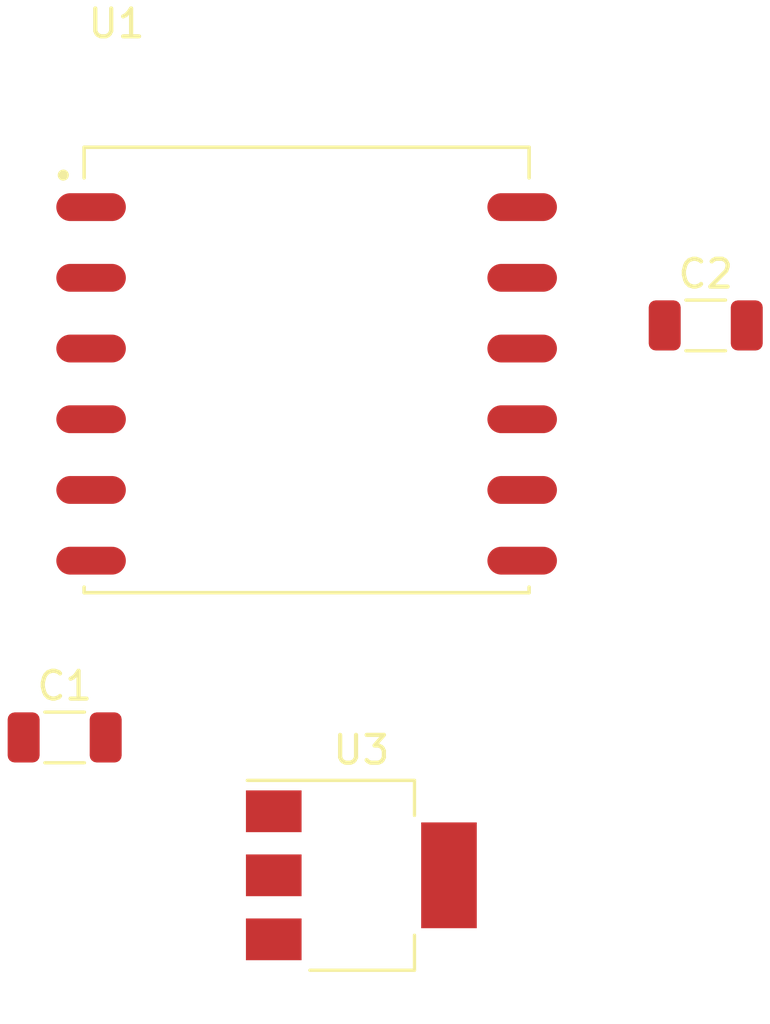
<source format=kicad_pcb>
(kicad_pcb (version 20211014) (generator pcbnew)
  (layers (0 "F.Cu" signal) (31 "B.Cu" signal) (34 "B.Paste" user) (35 "F.Paste" user) (36 "B.SilkS" user "B.Silkscreen") (37 "F.SilkS" user "F.Silkscreen") (38 "B.Mask" user) (39 "F.Mask" user) (44 "Edge.Cuts" user))
  (net 0 "")
  (net 1 "GND")
  (net 2 "VCC")
  (net 3 "+3V3")
  (net 4 "Net-(U1-Pad1)")
  (net 5 "Net-(U1-Pad2)")
  (footprint "Package_TO_SOT_SMD:SOT-223-3_TabPin2" (layer "F.Cu") (at 133.604 80.391)
    (fp_text reference "U3" (at 0 -4.5) (layer "F.SilkS"))
    (fp_text value "LDS1117-3.3")
    (fp_line (start -4.1 -3.41) (end 1.91 -3.41) (layer "F.SilkS") (width 0.12))
    (fp_line (start -1.85 3.41) (end 1.91 3.41) (layer "F.SilkS") (width 0.12))
    (fp_line (start 1.91 -3.41) (end 1.91 -2.15) (layer "F.SilkS") (width 0.12))
    (fp_line (start 1.91 3.41) (end 1.91 2.15) (layer "F.SilkS") (width 0.12))
    (pad "1" smd rect (at -3.15 -2.3) (size 2 1.5) (layers "F.Cu" "F.Paste" "F.Mask") (net 1 "GND"))
    (pad "2" smd rect (at -3.15 0) (size 2 1.5) (layers "F.Cu" "F.Paste" "F.Mask") (net 3 "+3V3"))
    (pad "2" smd rect (at 3.15 0) (size 2 3.8) (layers "F.Cu" "F.Paste" "F.Mask") (net 3 "+3V3"))
    (pad "3" smd rect (at -3.15 2.3) (size 2 1.5) (layers "F.Cu" "F.Paste" "F.Mask") (net 2 "VCC"))
  )
  (footprint "L86:XCVR_L86-M33" (layer "F.Cu") (at 131.636 62.738)
    (fp_text reference "U1" (at -6.83545 -12.94087) (layer "F.SilkS") (effects (font (size 1.001528 1.001528))))
    (fp_text value "L86-M33")
    (fp_line (start -8 7.5) (end 8 7.5) (layer "F.SilkS") (width 0.127))
    (fp_line (start -8 -7.4) (end -8 -8.5) (layer "F.SilkS") (width 0.127))
    (fp_line (start -8 -8.5) (end 8 -8.5) (layer "F.SilkS") (width 0.127))
    (fp_line (start 8 -8.5) (end 8 -7.4) (layer "F.SilkS") (width 0.127))
    (fp_line (start -8 7.3) (end -8 7.5) (layer "F.SilkS") (width 0.127))
    (fp_line (start 8 7.5) (end 8 7.3) (layer "F.SilkS") (width 0.127))
    (fp_circle (center -8.75 -7.5) (end -8.65 -7.5) (layer "F.SilkS") (width 0.2) (fill none))
    (pad "1" smd oval locked (at -7.75 -6.35) (size 2.5 1) (layers "F.Cu" "F.Mask") (net 4 "Net-(U1-Pad1)"))
    (pad "2" smd oval locked (at -7.75 -3.81) (size 2.5 1) (layers "F.Cu" "F.Mask") (net 5 "Net-(U1-Pad2)"))
    (pad "3" smd oval locked (at -7.75 -1.27) (size 2.5 1) (layers "F.Cu" "F.Mask") (net 1 "GND"))
    (pad "4" smd oval locked (at -7.75 1.27) (size 2.5 1) (layers "F.Cu" "F.Mask"))
    (pad "5" smd oval locked (at -7.75 3.81) (size 2.5 1) (layers "F.Cu" "F.Mask") (net 3 "+3V3"))
    (pad "6" smd oval locked (at -7.75 6.35) (size 2.5 1) (layers "F.Cu" "F.Mask"))
    (pad "7" smd oval locked (at 7.75 6.35) (size 2.5 1) (layers "F.Cu" "F.Mask"))
    (pad "8" smd oval locked (at 7.75 3.81) (size 2.5 1) (layers "F.Cu" "F.Mask"))
    (pad "9" smd oval locked (at 7.75 1.27) (size 2.5 1) (layers "F.Cu" "F.Mask"))
    (pad "10" smd oval locked (at 7.75 -1.27) (size 2.5 1) (layers "F.Cu" "F.Mask"))
    (pad "11" smd oval locked (at 7.75 -3.81) (size 2.5 1) (layers "F.Cu" "F.Mask"))
    (pad "12" smd oval locked (at 7.75 -6.35) (size 2.5 1) (layers "F.Cu" "F.Mask") (net 1 "GND"))
  )
  (footprint "Capacitor_SMD:C_1206_3216Metric" (layer "F.Cu") (at 122.936 75.438)
    (fp_text reference "C1" (at 0 -1.85) (layer "F.SilkS"))
    (fp_text value "22uF")
    (fp_line (start -0.711252 -0.91) (end 0.711252 -0.91) (layer "F.SilkS") (width 0.12))
    (fp_line (start -0.711252 0.91) (end 0.711252 0.91) (layer "F.SilkS") (width 0.12))
    (pad "1" smd roundrect (at -1.475 0) (size 1.15 1.8) (layers "F.Cu" "F.Paste" "F.Mask") (roundrect_rratio 0.217391) (net 1 "GND"))
    (pad "2" smd roundrect (at 1.475 0) (size 1.15 1.8) (layers "F.Cu" "F.Paste" "F.Mask") (roundrect_rratio 0.217391) (net 2 "VCC"))
  )
  (footprint "Capacitor_SMD:C_1206_3216Metric" (layer "F.Cu") (at 145.986 60.638)
    (fp_text reference "C2" (at 0 -1.85) (layer "F.SilkS"))
    (fp_text value "22uF")
    (fp_line (start -0.711252 0.91) (end 0.711252 0.91) (layer "F.SilkS") (width 0.12))
    (fp_line (start -0.711252 -0.91) (end 0.711252 -0.91) (layer "F.SilkS") (width 0.12))
    (pad "1" smd roundrect (at -1.475 0) (size 1.15 1.8) (layers "F.Cu" "F.Paste" "F.Mask") (roundrect_rratio 0.217391) (net 1 "GND"))
    (pad "2" smd roundrect (at 1.475 0) (size 1.15 1.8) (layers "F.Cu" "F.Paste" "F.Mask") (roundrect_rratio 0.217391) (net 3 "+3V3"))
  )
)
</source>
